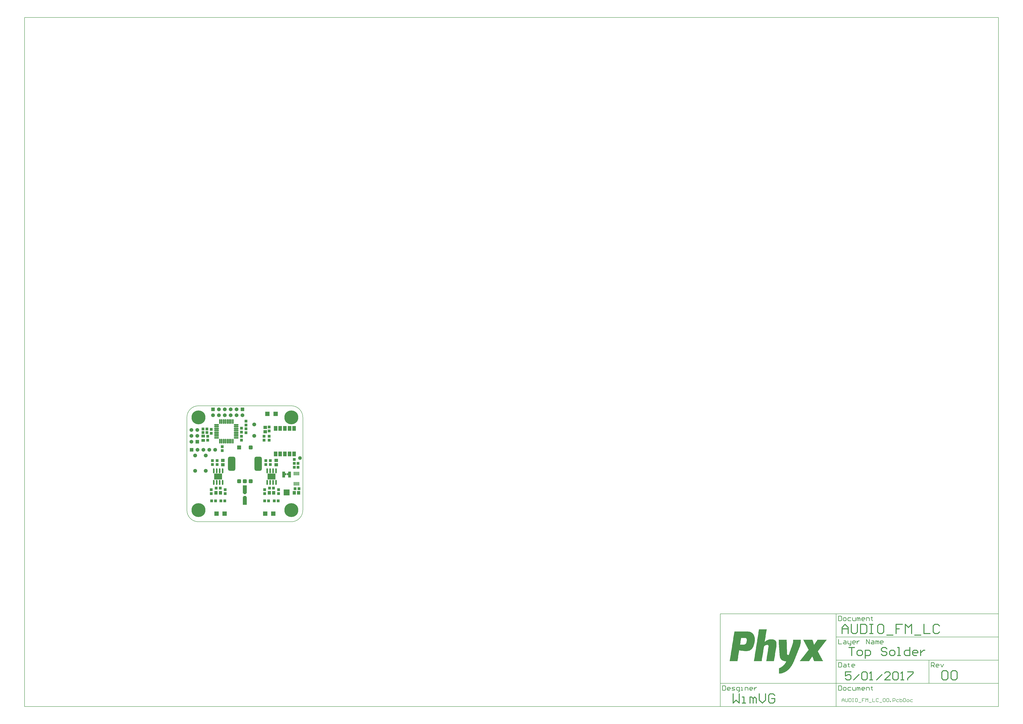
<source format=gts>
G04 Layer_Color=8388736*
%FSLAX25Y25*%
%MOIN*%
G70*
G01*
G75*
%ADD12C,0.01575*%
%ADD27C,0.00787*%
%ADD33C,0.00591*%
%ADD34C,0.00984*%
%ADD53O,0.08268X0.02953*%
%ADD54O,0.02953X0.08268*%
%ADD55O,0.02953X0.08465*%
%ADD56R,0.13583X0.10079*%
%ADD57R,0.04528X0.04921*%
%ADD58R,0.04921X0.04528*%
%ADD59R,0.05709X0.06496*%
%ADD60R,0.01772X0.06299*%
%ADD61R,0.06496X0.04528*%
%ADD62R,0.06496X0.05709*%
%ADD63R,0.10433X0.10433*%
%ADD64R,0.04528X0.10433*%
%ADD65R,0.06890X0.13189*%
%ADD66R,0.06102X0.08465*%
%ADD67C,0.06496*%
%ADD68R,0.06496X0.06496*%
%ADD69C,0.23622*%
%ADD70C,0.03740*%
%ADD71C,0.06591*%
%ADD72R,0.07677X0.07677*%
%ADD73R,0.06890X0.06890*%
G04:AMPARAMS|DCode=74|XSize=68.9mil|YSize=68.9mil|CornerRadius=18.7mil|HoleSize=0mil|Usage=FLASHONLY|Rotation=0.000|XOffset=0mil|YOffset=0mil|HoleType=Round|Shape=RoundedRectangle|*
%AMROUNDEDRECTD74*
21,1,0.06890,0.03150,0,0,0.0*
21,1,0.03150,0.06890,0,0,0.0*
1,1,0.03740,0.01575,-0.01575*
1,1,0.03740,-0.01575,-0.01575*
1,1,0.03740,-0.01575,0.01575*
1,1,0.03740,0.01575,0.01575*
%
%ADD74ROUNDEDRECTD74*%
G04:AMPARAMS|DCode=75|XSize=124.02mil|YSize=242.13mil|CornerRadius=32.48mil|HoleSize=0mil|Usage=FLASHONLY|Rotation=0.000|XOffset=0mil|YOffset=0mil|HoleType=Round|Shape=RoundedRectangle|*
%AMROUNDEDRECTD75*
21,1,0.12402,0.17716,0,0,0.0*
21,1,0.05906,0.24213,0,0,0.0*
1,1,0.06496,0.02953,-0.08858*
1,1,0.06496,-0.02953,-0.08858*
1,1,0.06496,-0.02953,0.08858*
1,1,0.06496,0.02953,0.08858*
%
%ADD75ROUNDEDRECTD75*%
%ADD76C,0.06299*%
G04:AMPARAMS|DCode=77|XSize=45.28mil|YSize=45.28mil|CornerRadius=12.8mil|HoleSize=0mil|Usage=FLASHONLY|Rotation=90.000|XOffset=0mil|YOffset=0mil|HoleType=Round|Shape=RoundedRectangle|*
%AMROUNDEDRECTD77*
21,1,0.04528,0.01969,0,0,90.0*
21,1,0.01969,0.04528,0,0,90.0*
1,1,0.02559,0.00984,0.00984*
1,1,0.02559,0.00984,-0.00984*
1,1,0.02559,-0.00984,-0.00984*
1,1,0.02559,-0.00984,0.00984*
%
%ADD77ROUNDEDRECTD77*%
%ADD78R,0.04528X0.04528*%
%ADD79R,0.06496X0.06496*%
G36*
X1086432Y-200414D02*
X1086145D01*
Y-200700D01*
X1085859D01*
Y-200987D01*
Y-201273D01*
X1085573D01*
Y-201559D01*
X1085286D01*
Y-201846D01*
X1085000D01*
Y-202132D01*
Y-202418D01*
X1084714D01*
Y-202704D01*
X1084427D01*
Y-202991D01*
X1084141D01*
Y-203277D01*
X1083855D01*
Y-203563D01*
Y-203850D01*
X1083568D01*
Y-204136D01*
X1083282D01*
Y-204422D01*
X1082996D01*
Y-204709D01*
Y-204995D01*
X1082710D01*
Y-205281D01*
X1082423D01*
Y-205568D01*
X1082137D01*
Y-205854D01*
X1081851D01*
Y-206140D01*
Y-206427D01*
X1081564D01*
Y-206713D01*
X1081278D01*
Y-206999D01*
X1080992D01*
Y-207285D01*
Y-207572D01*
X1080705D01*
Y-207858D01*
X1080419D01*
Y-208144D01*
X1080133D01*
Y-208431D01*
Y-208717D01*
X1079846D01*
Y-209003D01*
X1079560D01*
Y-209290D01*
X1079274D01*
Y-209576D01*
X1078988D01*
Y-209862D01*
Y-210149D01*
X1078701D01*
Y-210435D01*
X1078415D01*
Y-210721D01*
X1078129D01*
Y-211007D01*
Y-211294D01*
X1077842D01*
Y-211580D01*
X1077556D01*
Y-211866D01*
X1077270D01*
Y-212153D01*
Y-212439D01*
X1076983D01*
Y-212725D01*
X1076697D01*
Y-213012D01*
X1076411D01*
Y-213298D01*
X1076124D01*
Y-213584D01*
Y-213871D01*
X1075838D01*
Y-214157D01*
X1075552D01*
Y-214443D01*
X1075265D01*
Y-214730D01*
Y-215016D01*
X1074979D01*
Y-215302D01*
X1074693D01*
Y-215588D01*
X1074407D01*
Y-215875D01*
Y-216161D01*
X1074120D01*
Y-216447D01*
X1073834D01*
Y-216734D01*
X1073548D01*
Y-217020D01*
X1073261D01*
Y-217306D01*
Y-217593D01*
X1072975D01*
Y-217879D01*
X1072689D01*
Y-218165D01*
X1072402D01*
Y-218452D01*
Y-218738D01*
X1072116D01*
Y-219024D01*
X1071830D01*
Y-219311D01*
X1071543D01*
Y-219597D01*
X1071257D01*
Y-219883D01*
Y-220169D01*
X1071543D01*
Y-220456D01*
Y-220742D01*
X1071830D01*
Y-221028D01*
Y-221315D01*
X1072116D01*
Y-221601D01*
X1072402D01*
Y-221887D01*
Y-222174D01*
X1072689D01*
Y-222460D01*
Y-222746D01*
X1072975D01*
Y-223033D01*
Y-223319D01*
X1073261D01*
Y-223605D01*
Y-223892D01*
X1073548D01*
Y-224178D01*
Y-224464D01*
X1073834D01*
Y-224750D01*
Y-225037D01*
X1074120D01*
Y-225323D01*
Y-225609D01*
X1074407D01*
Y-225896D01*
Y-226182D01*
X1074693D01*
Y-226468D01*
X1074979D01*
Y-226755D01*
Y-227041D01*
X1075265D01*
Y-227327D01*
Y-227614D01*
X1075552D01*
Y-227900D01*
Y-228186D01*
X1075838D01*
Y-228473D01*
Y-228759D01*
X1076124D01*
Y-229045D01*
Y-229331D01*
X1076411D01*
Y-229618D01*
Y-229904D01*
X1076697D01*
Y-230190D01*
Y-230477D01*
X1076983D01*
Y-230763D01*
X1077270D01*
Y-231049D01*
Y-231336D01*
X1077556D01*
Y-231622D01*
Y-231908D01*
X1077842D01*
Y-232195D01*
Y-232481D01*
X1078129D01*
Y-232767D01*
Y-233054D01*
X1078415D01*
Y-233340D01*
Y-233626D01*
X1078701D01*
Y-233912D01*
Y-234199D01*
X1078988D01*
Y-234485D01*
Y-234771D01*
X1079274D01*
Y-235058D01*
X1079560D01*
Y-235344D01*
Y-235630D01*
X1079846D01*
Y-235917D01*
Y-236203D01*
X1080133D01*
Y-236489D01*
X1064958D01*
Y-236203D01*
X1064672D01*
Y-235917D01*
Y-235630D01*
Y-235344D01*
X1064386D01*
Y-235058D01*
Y-234771D01*
Y-234485D01*
X1064099D01*
Y-234199D01*
Y-233912D01*
X1063813D01*
Y-233626D01*
Y-233340D01*
Y-233054D01*
X1063527D01*
Y-232767D01*
Y-232481D01*
Y-232195D01*
X1063240D01*
Y-231908D01*
Y-231622D01*
X1062954D01*
Y-231336D01*
Y-231049D01*
Y-230763D01*
X1062668D01*
Y-230477D01*
Y-230190D01*
Y-229904D01*
X1062381D01*
Y-229618D01*
Y-229331D01*
Y-229045D01*
X1062095D01*
Y-228759D01*
X1061522D01*
Y-229045D01*
Y-229331D01*
X1061236D01*
Y-229618D01*
X1060950D01*
Y-229904D01*
Y-230190D01*
X1060664D01*
Y-230477D01*
X1060377D01*
Y-230763D01*
Y-231049D01*
X1060091D01*
Y-231336D01*
X1059805D01*
Y-231622D01*
Y-231908D01*
X1059518D01*
Y-232195D01*
X1059232D01*
Y-232481D01*
X1058946D01*
Y-232767D01*
Y-233054D01*
X1058659D01*
Y-233340D01*
X1058373D01*
Y-233626D01*
Y-233912D01*
X1058087D01*
Y-234199D01*
X1057800D01*
Y-234485D01*
Y-234771D01*
X1057514D01*
Y-235058D01*
X1057228D01*
Y-235344D01*
Y-235630D01*
X1056941D01*
Y-235917D01*
X1056655D01*
Y-236203D01*
Y-236489D01*
X1040622D01*
Y-236203D01*
X1040908D01*
Y-235917D01*
X1041194D01*
Y-235630D01*
X1041481D01*
Y-235344D01*
X1041767D01*
Y-235058D01*
Y-234771D01*
X1042053D01*
Y-234485D01*
X1042340D01*
Y-234199D01*
X1042626D01*
Y-233912D01*
X1042912D01*
Y-233626D01*
Y-233340D01*
X1043198D01*
Y-233054D01*
X1043485D01*
Y-232767D01*
X1043771D01*
Y-232481D01*
Y-232195D01*
X1044057D01*
Y-231908D01*
X1044344D01*
Y-231622D01*
X1044630D01*
Y-231336D01*
X1044916D01*
Y-231049D01*
Y-230763D01*
X1045203D01*
Y-230477D01*
X1045489D01*
Y-230190D01*
X1045775D01*
Y-229904D01*
X1046062D01*
Y-229618D01*
Y-229331D01*
X1046348D01*
Y-229045D01*
X1046634D01*
Y-228759D01*
X1046920D01*
Y-228473D01*
Y-228186D01*
X1047207D01*
Y-227900D01*
X1047493D01*
Y-227614D01*
X1047779D01*
Y-227327D01*
X1048066D01*
Y-227041D01*
Y-226755D01*
X1048352D01*
Y-226468D01*
X1048638D01*
Y-226182D01*
X1048925D01*
Y-225896D01*
Y-225609D01*
X1049211D01*
Y-225323D01*
X1049497D01*
Y-225037D01*
X1049784D01*
Y-224750D01*
X1050070D01*
Y-224464D01*
Y-224178D01*
X1050356D01*
Y-223892D01*
X1050642D01*
Y-223605D01*
X1050929D01*
Y-223319D01*
Y-223033D01*
X1051215D01*
Y-222746D01*
X1051501D01*
Y-222460D01*
X1051788D01*
Y-222174D01*
X1052074D01*
Y-221887D01*
Y-221601D01*
X1052360D01*
Y-221315D01*
X1052647D01*
Y-221028D01*
X1052933D01*
Y-220742D01*
X1053219D01*
Y-220456D01*
Y-220169D01*
X1053506D01*
Y-219883D01*
X1053792D01*
Y-219597D01*
X1054078D01*
Y-219311D01*
Y-219024D01*
X1054365D01*
Y-218738D01*
X1054651D01*
Y-218452D01*
X1054937D01*
Y-218165D01*
X1055223D01*
Y-217879D01*
Y-217593D01*
X1055510D01*
Y-217306D01*
Y-217020D01*
Y-216734D01*
X1055223D01*
Y-216447D01*
X1054937D01*
Y-216161D01*
Y-215875D01*
X1054651D01*
Y-215588D01*
Y-215302D01*
X1054365D01*
Y-215016D01*
Y-214730D01*
X1054078D01*
Y-214443D01*
Y-214157D01*
X1053792D01*
Y-213871D01*
Y-213584D01*
X1053506D01*
Y-213298D01*
Y-213012D01*
X1053219D01*
Y-212725D01*
X1052933D01*
Y-212439D01*
Y-212153D01*
X1052647D01*
Y-211866D01*
Y-211580D01*
X1052360D01*
Y-211294D01*
Y-211007D01*
X1052074D01*
Y-210721D01*
Y-210435D01*
X1051788D01*
Y-210149D01*
Y-209862D01*
X1051501D01*
Y-209576D01*
Y-209290D01*
X1051215D01*
Y-209003D01*
X1050929D01*
Y-208717D01*
Y-208431D01*
X1050642D01*
Y-208144D01*
Y-207858D01*
X1050356D01*
Y-207572D01*
Y-207285D01*
X1050070D01*
Y-206999D01*
Y-206713D01*
X1049784D01*
Y-206427D01*
Y-206140D01*
X1049497D01*
Y-205854D01*
Y-205568D01*
X1049211D01*
Y-205281D01*
Y-204995D01*
X1048925D01*
Y-204709D01*
X1048638D01*
Y-204422D01*
Y-204136D01*
X1048352D01*
Y-203850D01*
Y-203563D01*
X1048066D01*
Y-203277D01*
Y-202991D01*
X1047779D01*
Y-202704D01*
Y-202418D01*
X1047493D01*
Y-202132D01*
Y-201846D01*
X1047207D01*
Y-201559D01*
Y-201273D01*
X1046920D01*
Y-200987D01*
X1046634D01*
Y-200700D01*
Y-200414D01*
X1046348D01*
Y-200128D01*
X1062095D01*
Y-200414D01*
X1062381D01*
Y-200700D01*
Y-200987D01*
Y-201273D01*
X1062668D01*
Y-201559D01*
Y-201846D01*
Y-202132D01*
X1062954D01*
Y-202418D01*
Y-202704D01*
Y-202991D01*
X1063240D01*
Y-203277D01*
Y-203563D01*
Y-203850D01*
X1063527D01*
Y-204136D01*
Y-204422D01*
Y-204709D01*
X1063813D01*
Y-204995D01*
Y-205281D01*
Y-205568D01*
X1064099D01*
Y-205854D01*
Y-206140D01*
Y-206427D01*
X1064386D01*
Y-206713D01*
Y-206999D01*
Y-207285D01*
X1064672D01*
Y-207572D01*
Y-207858D01*
Y-208144D01*
Y-208431D01*
X1065244D01*
Y-208144D01*
X1065531D01*
Y-207858D01*
X1065817D01*
Y-207572D01*
Y-207285D01*
X1066103D01*
Y-206999D01*
X1066390D01*
Y-206713D01*
Y-206427D01*
X1066676D01*
Y-206140D01*
X1066962D01*
Y-205854D01*
Y-205568D01*
X1067249D01*
Y-205281D01*
X1067535D01*
Y-204995D01*
Y-204709D01*
X1067821D01*
Y-204422D01*
X1068108D01*
Y-204136D01*
Y-203850D01*
X1068394D01*
Y-203563D01*
X1068680D01*
Y-203277D01*
Y-202991D01*
X1068966D01*
Y-202704D01*
X1069253D01*
Y-202418D01*
Y-202132D01*
X1069539D01*
Y-201846D01*
X1069825D01*
Y-201559D01*
Y-201273D01*
X1070112D01*
Y-200987D01*
X1070398D01*
Y-200700D01*
Y-200414D01*
X1070684D01*
Y-200128D01*
X1086432D01*
Y-200414D01*
D02*
G37*
G36*
X953296Y-186385D02*
X955014D01*
Y-186671D01*
X955873D01*
Y-186957D01*
X956732D01*
Y-187243D01*
X957591D01*
Y-187530D01*
X958164D01*
Y-187816D01*
X958450D01*
Y-188102D01*
X959022D01*
Y-188389D01*
X959309D01*
Y-188675D01*
X959881D01*
Y-188961D01*
X960168D01*
Y-189248D01*
X960454D01*
Y-189534D01*
X960740D01*
Y-189820D01*
X961027D01*
Y-190107D01*
X961313D01*
Y-190393D01*
X961599D01*
Y-190679D01*
Y-190966D01*
X961886D01*
Y-191252D01*
X962172D01*
Y-191538D01*
Y-191824D01*
X962458D01*
Y-192111D01*
X962745D01*
Y-192397D01*
Y-192683D01*
X963031D01*
Y-192970D01*
Y-193256D01*
Y-193542D01*
X963317D01*
Y-193829D01*
Y-194115D01*
Y-194401D01*
X963603D01*
Y-194688D01*
Y-194974D01*
Y-195260D01*
Y-195547D01*
X963890D01*
Y-195833D01*
Y-196119D01*
Y-196405D01*
Y-196692D01*
Y-196978D01*
X964176D01*
Y-197265D01*
Y-197551D01*
Y-197837D01*
Y-198123D01*
Y-198410D01*
Y-198696D01*
Y-198982D01*
Y-199269D01*
Y-199555D01*
Y-199841D01*
Y-200128D01*
Y-200414D01*
Y-200700D01*
Y-200987D01*
Y-201273D01*
Y-201559D01*
Y-201846D01*
Y-202132D01*
Y-202418D01*
Y-202704D01*
X963890D01*
Y-202991D01*
Y-203277D01*
Y-203563D01*
Y-203850D01*
Y-204136D01*
Y-204422D01*
Y-204709D01*
X963603D01*
Y-204995D01*
Y-205281D01*
Y-205568D01*
Y-205854D01*
Y-206140D01*
X963317D01*
Y-206427D01*
Y-206713D01*
Y-206999D01*
Y-207285D01*
Y-207572D01*
X963031D01*
Y-207858D01*
Y-208144D01*
Y-208431D01*
X962745D01*
Y-208717D01*
Y-209003D01*
Y-209290D01*
Y-209576D01*
X962458D01*
Y-209862D01*
Y-210149D01*
Y-210435D01*
X962172D01*
Y-210721D01*
Y-211007D01*
X961886D01*
Y-211294D01*
Y-211580D01*
Y-211866D01*
X961599D01*
Y-212153D01*
Y-212439D01*
X961313D01*
Y-212725D01*
Y-213012D01*
X961027D01*
Y-213298D01*
Y-213584D01*
X960740D01*
Y-213871D01*
X960454D01*
Y-214157D01*
Y-214443D01*
X960168D01*
Y-214730D01*
X959881D01*
Y-215016D01*
X959595D01*
Y-215302D01*
Y-215588D01*
X959309D01*
Y-215875D01*
X959022D01*
Y-216161D01*
X958736D01*
Y-216447D01*
X958450D01*
Y-216734D01*
X958164D01*
Y-217020D01*
X957591D01*
Y-217306D01*
X957304D01*
Y-217593D01*
X956732D01*
Y-217879D01*
X956446D01*
Y-218165D01*
X955873D01*
Y-218452D01*
X955014D01*
Y-218738D01*
X954155D01*
Y-219024D01*
X953296D01*
Y-219311D01*
X951578D01*
Y-219597D01*
X946425D01*
Y-219311D01*
X943848D01*
Y-219024D01*
X941844D01*
Y-218738D01*
X940412D01*
Y-218452D01*
X938980D01*
Y-218165D01*
X937549D01*
Y-218452D01*
Y-218738D01*
Y-219024D01*
Y-219311D01*
Y-219597D01*
Y-219883D01*
Y-220169D01*
X937263D01*
Y-220456D01*
Y-220742D01*
Y-221028D01*
Y-221315D01*
Y-221601D01*
Y-221887D01*
X936976D01*
Y-222174D01*
Y-222460D01*
Y-222746D01*
Y-223033D01*
Y-223319D01*
Y-223605D01*
X936690D01*
Y-223892D01*
Y-224178D01*
Y-224464D01*
Y-224750D01*
Y-225037D01*
Y-225323D01*
Y-225609D01*
X936404D01*
Y-225896D01*
Y-226182D01*
Y-226468D01*
Y-226755D01*
Y-227041D01*
Y-227327D01*
X936117D01*
Y-227614D01*
Y-227900D01*
Y-228186D01*
Y-228473D01*
Y-228759D01*
Y-229045D01*
X935831D01*
Y-229331D01*
Y-229618D01*
Y-229904D01*
Y-230190D01*
Y-230477D01*
Y-230763D01*
Y-231049D01*
X935545D01*
Y-231336D01*
Y-231622D01*
Y-231908D01*
Y-232195D01*
Y-232481D01*
Y-232767D01*
X935258D01*
Y-233054D01*
Y-233340D01*
Y-233626D01*
Y-233912D01*
Y-234199D01*
Y-234485D01*
X934972D01*
Y-234771D01*
Y-235058D01*
Y-235344D01*
Y-235630D01*
Y-235917D01*
Y-236203D01*
Y-236489D01*
X921515D01*
Y-236203D01*
X921802D01*
Y-235917D01*
Y-235630D01*
Y-235344D01*
Y-235058D01*
Y-234771D01*
X922088D01*
Y-234485D01*
Y-234199D01*
Y-233912D01*
Y-233626D01*
Y-233340D01*
Y-233054D01*
Y-232767D01*
X922374D01*
Y-232481D01*
Y-232195D01*
Y-231908D01*
Y-231622D01*
Y-231336D01*
Y-231049D01*
X922661D01*
Y-230763D01*
Y-230477D01*
Y-230190D01*
Y-229904D01*
Y-229618D01*
Y-229331D01*
X922947D01*
Y-229045D01*
Y-228759D01*
Y-228473D01*
Y-228186D01*
Y-227900D01*
Y-227614D01*
Y-227327D01*
X923233D01*
Y-227041D01*
Y-226755D01*
Y-226468D01*
Y-226182D01*
Y-225896D01*
Y-225609D01*
X923520D01*
Y-225323D01*
Y-225037D01*
Y-224750D01*
Y-224464D01*
Y-224178D01*
Y-223892D01*
X923806D01*
Y-223605D01*
Y-223319D01*
Y-223033D01*
Y-222746D01*
Y-222460D01*
Y-222174D01*
X924092D01*
Y-221887D01*
Y-221601D01*
Y-221315D01*
Y-221028D01*
Y-220742D01*
Y-220456D01*
Y-220169D01*
X924379D01*
Y-219883D01*
Y-219597D01*
Y-219311D01*
Y-219024D01*
Y-218738D01*
Y-218452D01*
X924665D01*
Y-218165D01*
Y-217879D01*
Y-217593D01*
Y-217306D01*
Y-217020D01*
Y-216734D01*
X924951D01*
Y-216447D01*
Y-216161D01*
Y-215875D01*
Y-215588D01*
Y-215302D01*
Y-215016D01*
X925237D01*
Y-214730D01*
Y-214443D01*
Y-214157D01*
Y-213871D01*
Y-213584D01*
Y-213298D01*
Y-213012D01*
X925524D01*
Y-212725D01*
Y-212439D01*
Y-212153D01*
Y-211866D01*
Y-211580D01*
Y-211294D01*
X925810D01*
Y-211007D01*
Y-210721D01*
Y-210435D01*
Y-210149D01*
Y-209862D01*
Y-209576D01*
X926096D01*
Y-209290D01*
Y-209003D01*
Y-208717D01*
Y-208431D01*
Y-208144D01*
Y-207858D01*
Y-207572D01*
X926383D01*
Y-207285D01*
Y-206999D01*
Y-206713D01*
Y-206427D01*
Y-206140D01*
Y-205854D01*
X926669D01*
Y-205568D01*
Y-205281D01*
Y-204995D01*
Y-204709D01*
Y-204422D01*
Y-204136D01*
X926955D01*
Y-203850D01*
Y-203563D01*
Y-203277D01*
Y-202991D01*
Y-202704D01*
Y-202418D01*
X927242D01*
Y-202132D01*
Y-201846D01*
Y-201559D01*
Y-201273D01*
Y-200987D01*
Y-200700D01*
Y-200414D01*
X927528D01*
Y-200128D01*
Y-199841D01*
Y-199555D01*
Y-199269D01*
Y-198982D01*
Y-198696D01*
X927814D01*
Y-198410D01*
Y-198123D01*
Y-197837D01*
Y-197551D01*
Y-197265D01*
Y-196978D01*
X928101D01*
Y-196692D01*
Y-196405D01*
Y-196119D01*
Y-195833D01*
Y-195547D01*
Y-195260D01*
Y-194974D01*
X928387D01*
Y-194688D01*
Y-194401D01*
Y-194115D01*
Y-193829D01*
Y-193542D01*
Y-193256D01*
X928673D01*
Y-192970D01*
Y-192683D01*
Y-192397D01*
Y-192111D01*
Y-191824D01*
Y-191538D01*
X928960D01*
Y-191252D01*
Y-190966D01*
Y-190679D01*
Y-190393D01*
Y-190107D01*
Y-189820D01*
Y-189534D01*
X929246D01*
Y-189248D01*
Y-188961D01*
Y-188675D01*
Y-188389D01*
Y-188102D01*
Y-187816D01*
X929532D01*
Y-187530D01*
Y-187243D01*
Y-186957D01*
Y-186671D01*
Y-186385D01*
Y-186098D01*
X953296D01*
Y-186385D01*
D02*
G37*
G36*
X1042340Y-200414D02*
Y-200700D01*
Y-200987D01*
Y-201273D01*
Y-201559D01*
Y-201846D01*
Y-202132D01*
Y-202418D01*
Y-202704D01*
Y-202991D01*
Y-203277D01*
Y-203563D01*
Y-203850D01*
Y-204136D01*
Y-204422D01*
Y-204709D01*
Y-204995D01*
Y-205281D01*
Y-205568D01*
Y-205854D01*
Y-206140D01*
X1042053D01*
Y-206427D01*
Y-206713D01*
Y-206999D01*
Y-207285D01*
Y-207572D01*
X1041767D01*
Y-207858D01*
Y-208144D01*
Y-208431D01*
Y-208717D01*
X1041481D01*
Y-209003D01*
Y-209290D01*
Y-209576D01*
Y-209862D01*
X1041194D01*
Y-210149D01*
Y-210435D01*
Y-210721D01*
X1040908D01*
Y-211007D01*
Y-211294D01*
Y-211580D01*
X1040622D01*
Y-211866D01*
Y-212153D01*
Y-212439D01*
X1040335D01*
Y-212725D01*
Y-213012D01*
Y-213298D01*
X1040049D01*
Y-213584D01*
Y-213871D01*
X1039763D01*
Y-214157D01*
Y-214443D01*
X1039476D01*
Y-214730D01*
Y-215016D01*
Y-215302D01*
X1039190D01*
Y-215588D01*
Y-215875D01*
X1038904D01*
Y-216161D01*
Y-216447D01*
Y-216734D01*
X1038617D01*
Y-217020D01*
Y-217306D01*
X1038331D01*
Y-217593D01*
Y-217879D01*
Y-218165D01*
X1038045D01*
Y-218452D01*
Y-218738D01*
X1037758D01*
Y-219024D01*
Y-219311D01*
Y-219597D01*
X1037472D01*
Y-219883D01*
Y-220169D01*
X1037186D01*
Y-220456D01*
Y-220742D01*
Y-221028D01*
X1036899D01*
Y-221315D01*
Y-221601D01*
X1036613D01*
Y-221887D01*
Y-222174D01*
Y-222460D01*
X1036327D01*
Y-222746D01*
Y-223033D01*
X1036041D01*
Y-223319D01*
Y-223605D01*
Y-223892D01*
X1035754D01*
Y-224178D01*
Y-224464D01*
X1035468D01*
Y-224750D01*
Y-225037D01*
Y-225323D01*
X1035182D01*
Y-225609D01*
Y-225896D01*
X1034895D01*
Y-226182D01*
Y-226468D01*
Y-226755D01*
X1034609D01*
Y-227041D01*
Y-227327D01*
X1034323D01*
Y-227614D01*
Y-227900D01*
Y-228186D01*
X1034036D01*
Y-228473D01*
Y-228759D01*
X1033750D01*
Y-229045D01*
Y-229331D01*
Y-229618D01*
X1033464D01*
Y-229904D01*
Y-230190D01*
X1033177D01*
Y-230477D01*
Y-230763D01*
Y-231049D01*
X1032891D01*
Y-231336D01*
Y-231622D01*
X1032605D01*
Y-231908D01*
Y-232195D01*
Y-232481D01*
X1032318D01*
Y-232767D01*
Y-233054D01*
X1032032D01*
Y-233340D01*
Y-233626D01*
Y-233912D01*
X1031746D01*
Y-234199D01*
Y-234485D01*
X1031460D01*
Y-234771D01*
Y-235058D01*
Y-235344D01*
X1031173D01*
Y-235630D01*
Y-235917D01*
X1030887D01*
Y-236203D01*
Y-236489D01*
Y-236776D01*
X1030601D01*
Y-237062D01*
Y-237348D01*
X1030314D01*
Y-237635D01*
Y-237921D01*
X1030028D01*
Y-238207D01*
Y-238493D01*
X1029742D01*
Y-238780D01*
Y-239066D01*
Y-239352D01*
X1029455D01*
Y-239639D01*
X1029169D01*
Y-239925D01*
Y-240211D01*
Y-240498D01*
X1028883D01*
Y-240784D01*
X1028596D01*
Y-241070D01*
Y-241357D01*
X1028310D01*
Y-241643D01*
Y-241929D01*
X1028024D01*
Y-242216D01*
Y-242502D01*
X1027738D01*
Y-242788D01*
Y-243074D01*
X1027451D01*
Y-243361D01*
X1027165D01*
Y-243647D01*
Y-243934D01*
X1026879D01*
Y-244220D01*
Y-244506D01*
X1026592D01*
Y-244792D01*
X1026306D01*
Y-245079D01*
X1026020D01*
Y-245365D01*
Y-245651D01*
X1025733D01*
Y-245938D01*
X1025447D01*
Y-246224D01*
Y-246510D01*
X1025161D01*
Y-246797D01*
X1024874D01*
Y-247083D01*
X1024588D01*
Y-247369D01*
Y-247656D01*
X1024302D01*
Y-247942D01*
X1024015D01*
Y-248228D01*
X1023729D01*
Y-248515D01*
X1023443D01*
Y-248801D01*
X1023157D01*
Y-249087D01*
Y-249373D01*
X1022870D01*
Y-249660D01*
X1022584D01*
Y-249946D01*
X1022298D01*
Y-250232D01*
X1022011D01*
Y-250519D01*
X1021725D01*
Y-250805D01*
X1021439D01*
Y-251091D01*
X1021152D01*
Y-251378D01*
X1020580D01*
Y-251664D01*
X1020293D01*
Y-251950D01*
X1020007D01*
Y-252237D01*
X1019721D01*
Y-252523D01*
X1019434D01*
Y-252809D01*
X1018862D01*
Y-253096D01*
X1018575D01*
Y-253382D01*
X1018003D01*
Y-253668D01*
X1017717D01*
Y-253954D01*
X1017144D01*
Y-254241D01*
X1016858D01*
Y-254527D01*
X1016285D01*
Y-254813D01*
X1015712D01*
Y-255100D01*
X1015140D01*
Y-255386D01*
X1014567D01*
Y-255672D01*
X1013995D01*
Y-255959D01*
X1013136D01*
Y-256245D01*
X1012563D01*
Y-256531D01*
X1011704D01*
Y-256818D01*
X1010559D01*
Y-257104D01*
X1009414D01*
Y-257390D01*
X1007696D01*
Y-257677D01*
X1005691D01*
Y-257963D01*
X1005405D01*
Y-257677D01*
Y-257390D01*
Y-257104D01*
Y-256818D01*
Y-256531D01*
Y-256245D01*
Y-255959D01*
Y-255672D01*
Y-255386D01*
Y-255100D01*
Y-254813D01*
Y-254527D01*
Y-254241D01*
Y-253954D01*
Y-253668D01*
Y-253382D01*
Y-253096D01*
Y-252809D01*
Y-252523D01*
Y-252237D01*
Y-251950D01*
Y-251664D01*
Y-251378D01*
Y-251091D01*
Y-250805D01*
Y-250519D01*
Y-250232D01*
Y-249946D01*
Y-249660D01*
Y-249373D01*
Y-249087D01*
Y-248801D01*
Y-248515D01*
X1005978D01*
Y-248228D01*
X1006550D01*
Y-247942D01*
X1007123D01*
Y-247656D01*
X1007696D01*
Y-247369D01*
X1008268D01*
Y-247083D01*
X1008841D01*
Y-246797D01*
X1009127D01*
Y-246510D01*
X1009700D01*
Y-246224D01*
X1009986D01*
Y-245938D01*
X1010559D01*
Y-245651D01*
X1010845D01*
Y-245365D01*
X1011131D01*
Y-245079D01*
X1011704D01*
Y-244792D01*
X1011990D01*
Y-244506D01*
X1012277D01*
Y-244220D01*
X1012563D01*
Y-243934D01*
X1012849D01*
Y-243647D01*
X1013136D01*
Y-243361D01*
X1013422D01*
Y-243074D01*
X1013708D01*
Y-242788D01*
X1013995D01*
Y-242502D01*
X1014281D01*
Y-242216D01*
X1014567D01*
Y-241929D01*
X1014853D01*
Y-241643D01*
Y-241357D01*
X1015140D01*
Y-241070D01*
X1015426D01*
Y-240784D01*
X1015712D01*
Y-240498D01*
Y-240211D01*
X1015999D01*
Y-239925D01*
X1016285D01*
Y-239639D01*
Y-239352D01*
X1016571D01*
Y-239066D01*
Y-238780D01*
X1016858D01*
Y-238493D01*
X1017144D01*
Y-238207D01*
Y-237921D01*
X1017430D01*
Y-237635D01*
Y-237348D01*
X1017717D01*
Y-237062D01*
Y-236776D01*
X1015999D01*
Y-236489D01*
X1013995D01*
Y-236203D01*
X1012849D01*
Y-235917D01*
X1012277D01*
Y-235630D01*
X1011418D01*
Y-235344D01*
X1010845D01*
Y-235058D01*
X1010559D01*
Y-234771D01*
X1009986D01*
Y-234485D01*
X1009700D01*
Y-234199D01*
X1009414D01*
Y-233912D01*
X1009127D01*
Y-233626D01*
X1008841D01*
Y-233340D01*
X1008554D01*
Y-233054D01*
Y-232767D01*
X1008268D01*
Y-232481D01*
X1007982D01*
Y-232195D01*
Y-231908D01*
X1007696D01*
Y-231622D01*
Y-231336D01*
X1007409D01*
Y-231049D01*
Y-230763D01*
X1007123D01*
Y-230477D01*
Y-230190D01*
Y-229904D01*
X1006837D01*
Y-229618D01*
Y-229331D01*
Y-229045D01*
Y-228759D01*
X1006550D01*
Y-228473D01*
Y-228186D01*
Y-227900D01*
Y-227614D01*
Y-227327D01*
Y-227041D01*
Y-226755D01*
X1006264D01*
Y-226468D01*
Y-226182D01*
Y-225896D01*
Y-225609D01*
Y-225323D01*
Y-225037D01*
Y-224750D01*
Y-224464D01*
Y-224178D01*
Y-223892D01*
Y-223605D01*
Y-223319D01*
Y-223033D01*
Y-222746D01*
Y-222460D01*
X1005978D01*
Y-222174D01*
Y-221887D01*
Y-221601D01*
Y-221315D01*
Y-221028D01*
Y-220742D01*
Y-220456D01*
Y-220169D01*
Y-219883D01*
Y-219597D01*
Y-219311D01*
Y-219024D01*
Y-218738D01*
Y-218452D01*
Y-218165D01*
X1005691D01*
Y-217879D01*
Y-217593D01*
Y-217306D01*
Y-217020D01*
Y-216734D01*
Y-216447D01*
Y-216161D01*
Y-215875D01*
Y-215588D01*
Y-215302D01*
Y-215016D01*
Y-214730D01*
Y-214443D01*
Y-214157D01*
Y-213871D01*
Y-213584D01*
X1005405D01*
Y-213298D01*
Y-213012D01*
Y-212725D01*
Y-212439D01*
Y-212153D01*
Y-211866D01*
Y-211580D01*
Y-211294D01*
Y-211007D01*
Y-210721D01*
Y-210435D01*
Y-210149D01*
Y-209862D01*
Y-209576D01*
Y-209290D01*
Y-209003D01*
X1005119D01*
Y-208717D01*
Y-208431D01*
Y-208144D01*
Y-207858D01*
Y-207572D01*
Y-207285D01*
Y-206999D01*
Y-206713D01*
Y-206427D01*
Y-206140D01*
Y-205854D01*
Y-205568D01*
Y-205281D01*
Y-204995D01*
X1004832D01*
Y-204709D01*
Y-204422D01*
Y-204136D01*
Y-203850D01*
Y-203563D01*
Y-203277D01*
Y-202991D01*
Y-202704D01*
Y-202418D01*
Y-202132D01*
Y-201846D01*
Y-201559D01*
Y-201273D01*
Y-200987D01*
Y-200700D01*
Y-200414D01*
X1004546D01*
Y-200128D01*
X1018289D01*
Y-200414D01*
Y-200700D01*
Y-200987D01*
Y-201273D01*
Y-201559D01*
Y-201846D01*
Y-202132D01*
Y-202418D01*
Y-202704D01*
Y-202991D01*
Y-203277D01*
Y-203563D01*
Y-203850D01*
Y-204136D01*
X1018575D01*
Y-204422D01*
Y-204709D01*
Y-204995D01*
Y-205281D01*
Y-205568D01*
Y-205854D01*
Y-206140D01*
Y-206427D01*
Y-206713D01*
Y-206999D01*
Y-207285D01*
Y-207572D01*
Y-207858D01*
Y-208144D01*
Y-208431D01*
Y-208717D01*
Y-209003D01*
Y-209290D01*
Y-209576D01*
Y-209862D01*
Y-210149D01*
Y-210435D01*
Y-210721D01*
Y-211007D01*
Y-211294D01*
Y-211580D01*
Y-211866D01*
Y-212153D01*
Y-212439D01*
Y-212725D01*
Y-213012D01*
Y-213298D01*
Y-213584D01*
Y-213871D01*
Y-214157D01*
Y-214443D01*
Y-214730D01*
Y-215016D01*
Y-215302D01*
Y-215588D01*
Y-215875D01*
X1018862D01*
Y-216161D01*
X1018575D01*
Y-216447D01*
Y-216734D01*
X1018862D01*
Y-217020D01*
Y-217306D01*
Y-217593D01*
Y-217879D01*
Y-218165D01*
Y-218452D01*
Y-218738D01*
Y-219024D01*
Y-219311D01*
Y-219597D01*
Y-219883D01*
Y-220169D01*
Y-220456D01*
Y-220742D01*
Y-221028D01*
Y-221315D01*
Y-221601D01*
Y-221887D01*
Y-222174D01*
Y-222460D01*
Y-222746D01*
Y-223033D01*
Y-223319D01*
Y-223605D01*
Y-223892D01*
Y-224178D01*
X1019148D01*
Y-224464D01*
Y-224750D01*
Y-225037D01*
X1019434D01*
Y-225323D01*
X1019721D01*
Y-225609D01*
X1020007D01*
Y-225896D01*
X1020866D01*
Y-226182D01*
X1021725D01*
Y-225896D01*
X1022011D01*
Y-225609D01*
Y-225323D01*
Y-225037D01*
X1022298D01*
Y-224750D01*
Y-224464D01*
X1022584D01*
Y-224178D01*
Y-223892D01*
Y-223605D01*
X1022870D01*
Y-223319D01*
Y-223033D01*
Y-222746D01*
X1023157D01*
Y-222460D01*
Y-222174D01*
Y-221887D01*
X1023443D01*
Y-221601D01*
Y-221315D01*
Y-221028D01*
X1023729D01*
Y-220742D01*
Y-220456D01*
X1024015D01*
Y-220169D01*
Y-219883D01*
Y-219597D01*
X1024302D01*
Y-219311D01*
Y-219024D01*
Y-218738D01*
X1024588D01*
Y-218452D01*
Y-218165D01*
Y-217879D01*
X1024874D01*
Y-217593D01*
Y-217306D01*
X1025161D01*
Y-217020D01*
Y-216734D01*
Y-216447D01*
X1025447D01*
Y-216161D01*
Y-215875D01*
Y-215588D01*
X1025733D01*
Y-215302D01*
Y-215016D01*
Y-214730D01*
X1026020D01*
Y-214443D01*
Y-214157D01*
X1026306D01*
Y-213871D01*
Y-213584D01*
Y-213298D01*
X1026592D01*
Y-213012D01*
Y-212725D01*
Y-212439D01*
X1026879D01*
Y-212153D01*
Y-211866D01*
Y-211580D01*
X1027165D01*
Y-211294D01*
Y-211007D01*
X1027451D01*
Y-210721D01*
Y-210435D01*
Y-210149D01*
X1027738D01*
Y-209862D01*
Y-209576D01*
Y-209290D01*
X1028024D01*
Y-209003D01*
Y-208717D01*
Y-208431D01*
X1028310D01*
Y-208144D01*
Y-207858D01*
Y-207572D01*
Y-207285D01*
X1028596D01*
Y-206999D01*
Y-206713D01*
Y-206427D01*
Y-206140D01*
X1028883D01*
Y-205854D01*
Y-205568D01*
Y-205281D01*
Y-204995D01*
Y-204709D01*
X1029169D01*
Y-204422D01*
Y-204136D01*
Y-203850D01*
Y-203563D01*
Y-203277D01*
Y-202991D01*
X1029455D01*
Y-202704D01*
Y-202418D01*
Y-202132D01*
Y-201846D01*
Y-201559D01*
Y-201273D01*
Y-200987D01*
Y-200700D01*
Y-200414D01*
Y-200128D01*
X1042340D01*
Y-200414D01*
D02*
G37*
G36*
X984504Y-182949D02*
Y-183235D01*
X984218D01*
Y-183521D01*
Y-183808D01*
Y-184094D01*
Y-184380D01*
Y-184667D01*
Y-184953D01*
X983932D01*
Y-185239D01*
Y-185526D01*
Y-185812D01*
Y-186098D01*
Y-186385D01*
Y-186671D01*
X983645D01*
Y-186957D01*
Y-187243D01*
Y-187530D01*
Y-187816D01*
Y-188102D01*
Y-188389D01*
Y-188675D01*
X983359D01*
Y-188961D01*
Y-189248D01*
Y-189534D01*
Y-189820D01*
Y-190107D01*
Y-190393D01*
X983073D01*
Y-190679D01*
Y-190966D01*
Y-191252D01*
Y-191538D01*
Y-191824D01*
Y-192111D01*
X982786D01*
Y-192397D01*
Y-192683D01*
Y-192970D01*
Y-193256D01*
Y-193542D01*
Y-193829D01*
Y-194115D01*
X982500D01*
Y-194401D01*
Y-194688D01*
Y-194974D01*
Y-195260D01*
Y-195547D01*
Y-195833D01*
X982214D01*
Y-196119D01*
Y-196405D01*
Y-196692D01*
Y-196978D01*
Y-197265D01*
Y-197551D01*
X981927D01*
Y-197837D01*
Y-198123D01*
Y-198410D01*
Y-198696D01*
Y-198982D01*
Y-199269D01*
X981641D01*
Y-199555D01*
Y-199841D01*
Y-200128D01*
Y-200414D01*
Y-200700D01*
Y-200987D01*
Y-201273D01*
X981355D01*
Y-201559D01*
Y-201846D01*
Y-202132D01*
Y-202418D01*
Y-202704D01*
Y-202991D01*
X981069D01*
Y-203277D01*
Y-203563D01*
X981641D01*
Y-203277D01*
X981927D01*
Y-202991D01*
X982214D01*
Y-202704D01*
X982786D01*
Y-202418D01*
X983073D01*
Y-202132D01*
X983359D01*
Y-201846D01*
X983932D01*
Y-201559D01*
X984504D01*
Y-201273D01*
X984791D01*
Y-200987D01*
X985363D01*
Y-200700D01*
X986222D01*
Y-200414D01*
X986795D01*
Y-200128D01*
X987654D01*
Y-199841D01*
X989085D01*
Y-199555D01*
X995384D01*
Y-199841D01*
X996529D01*
Y-200128D01*
X997388D01*
Y-200414D01*
X997961D01*
Y-200700D01*
X998247D01*
Y-200987D01*
X998820D01*
Y-201273D01*
X999106D01*
Y-201559D01*
X999393D01*
Y-201846D01*
X999679D01*
Y-202132D01*
X999965D01*
Y-202418D01*
Y-202704D01*
X1000251D01*
Y-202991D01*
Y-203277D01*
X1000538D01*
Y-203563D01*
Y-203850D01*
Y-204136D01*
X1000824D01*
Y-204422D01*
Y-204709D01*
Y-204995D01*
Y-205281D01*
X1001110D01*
Y-205568D01*
Y-205854D01*
Y-206140D01*
Y-206427D01*
Y-206713D01*
Y-206999D01*
Y-207285D01*
Y-207572D01*
Y-207858D01*
Y-208144D01*
Y-208431D01*
Y-208717D01*
Y-209003D01*
Y-209290D01*
Y-209576D01*
Y-209862D01*
Y-210149D01*
Y-210435D01*
X1000824D01*
Y-210721D01*
Y-211007D01*
Y-211294D01*
Y-211580D01*
Y-211866D01*
Y-212153D01*
Y-212439D01*
X1000538D01*
Y-212725D01*
Y-213012D01*
Y-213298D01*
Y-213584D01*
Y-213871D01*
Y-214157D01*
Y-214443D01*
X1000251D01*
Y-214730D01*
Y-215016D01*
Y-215302D01*
Y-215588D01*
Y-215875D01*
Y-216161D01*
X999965D01*
Y-216447D01*
Y-216734D01*
Y-217020D01*
Y-217306D01*
Y-217593D01*
Y-217879D01*
X999679D01*
Y-218165D01*
Y-218452D01*
Y-218738D01*
Y-219024D01*
Y-219311D01*
Y-219597D01*
X999393D01*
Y-219883D01*
Y-220169D01*
Y-220456D01*
Y-220742D01*
Y-221028D01*
Y-221315D01*
Y-221601D01*
X999106D01*
Y-221887D01*
Y-222174D01*
Y-222460D01*
Y-222746D01*
Y-223033D01*
Y-223319D01*
X998820D01*
Y-223605D01*
Y-223892D01*
Y-224178D01*
Y-224464D01*
Y-224750D01*
Y-225037D01*
X998534D01*
Y-225323D01*
Y-225609D01*
Y-225896D01*
Y-226182D01*
Y-226468D01*
Y-226755D01*
Y-227041D01*
X998247D01*
Y-227327D01*
Y-227614D01*
Y-227900D01*
Y-228186D01*
Y-228473D01*
Y-228759D01*
X997961D01*
Y-229045D01*
Y-229331D01*
Y-229618D01*
Y-229904D01*
Y-230190D01*
Y-230477D01*
X997675D01*
Y-230763D01*
Y-231049D01*
Y-231336D01*
Y-231622D01*
Y-231908D01*
Y-232195D01*
X997388D01*
Y-232481D01*
Y-232767D01*
Y-233054D01*
Y-233340D01*
Y-233626D01*
Y-233912D01*
Y-234199D01*
X997102D01*
Y-234485D01*
Y-234771D01*
Y-235058D01*
Y-235344D01*
Y-235630D01*
Y-235917D01*
X996816D01*
Y-236203D01*
Y-236489D01*
X983645D01*
Y-236203D01*
Y-235917D01*
X983932D01*
Y-235630D01*
Y-235344D01*
Y-235058D01*
Y-234771D01*
Y-234485D01*
Y-234199D01*
X984218D01*
Y-233912D01*
Y-233626D01*
Y-233340D01*
Y-233054D01*
Y-232767D01*
Y-232481D01*
Y-232195D01*
X984504D01*
Y-231908D01*
Y-231622D01*
Y-231336D01*
Y-231049D01*
Y-230763D01*
Y-230477D01*
X984791D01*
Y-230190D01*
Y-229904D01*
Y-229618D01*
Y-229331D01*
Y-229045D01*
Y-228759D01*
X985077D01*
Y-228473D01*
Y-228186D01*
Y-227900D01*
Y-227614D01*
Y-227327D01*
Y-227041D01*
Y-226755D01*
X985363D01*
Y-226468D01*
Y-226182D01*
Y-225896D01*
Y-225609D01*
Y-225323D01*
Y-225037D01*
X985649D01*
Y-224750D01*
Y-224464D01*
Y-224178D01*
Y-223892D01*
Y-223605D01*
Y-223319D01*
Y-223033D01*
X985936D01*
Y-222746D01*
Y-222460D01*
Y-222174D01*
Y-221887D01*
Y-221601D01*
Y-221315D01*
X986222D01*
Y-221028D01*
Y-220742D01*
Y-220456D01*
Y-220169D01*
Y-219883D01*
Y-219597D01*
X986508D01*
Y-219311D01*
Y-219024D01*
Y-218738D01*
Y-218452D01*
Y-218165D01*
Y-217879D01*
X986795D01*
Y-217593D01*
Y-217306D01*
Y-217020D01*
Y-216734D01*
Y-216447D01*
Y-216161D01*
Y-215875D01*
X987081D01*
Y-215588D01*
Y-215302D01*
Y-215016D01*
Y-214730D01*
Y-214443D01*
Y-214157D01*
X987367D01*
Y-213871D01*
Y-213584D01*
Y-213298D01*
Y-213012D01*
Y-212725D01*
Y-212439D01*
Y-212153D01*
X987654D01*
Y-211866D01*
Y-211580D01*
Y-211294D01*
Y-211007D01*
Y-210721D01*
Y-210435D01*
X987367D01*
Y-210149D01*
Y-209862D01*
X987081D01*
Y-209576D01*
X986795D01*
Y-209290D01*
X986222D01*
Y-209003D01*
X984504D01*
Y-209290D01*
X983073D01*
Y-209576D01*
X982214D01*
Y-209862D01*
X981641D01*
Y-210149D01*
X981355D01*
Y-210435D01*
X980782D01*
Y-210721D01*
X980496D01*
Y-211007D01*
X980210D01*
Y-211294D01*
Y-211580D01*
X979923D01*
Y-211866D01*
Y-212153D01*
Y-212439D01*
X979637D01*
Y-212725D01*
Y-213012D01*
Y-213298D01*
Y-213584D01*
Y-213871D01*
Y-214157D01*
X979351D01*
Y-214443D01*
Y-214730D01*
Y-215016D01*
Y-215302D01*
Y-215588D01*
Y-215875D01*
Y-216161D01*
X979064D01*
Y-216447D01*
Y-216734D01*
Y-217020D01*
Y-217306D01*
Y-217593D01*
Y-217879D01*
X978778D01*
Y-218165D01*
Y-218452D01*
Y-218738D01*
Y-219024D01*
Y-219311D01*
Y-219597D01*
X978492D01*
Y-219883D01*
Y-220169D01*
Y-220456D01*
Y-220742D01*
Y-221028D01*
Y-221315D01*
X978205D01*
Y-221601D01*
Y-221887D01*
Y-222174D01*
Y-222460D01*
Y-222746D01*
Y-223033D01*
Y-223319D01*
X977919D01*
Y-223605D01*
Y-223892D01*
Y-224178D01*
Y-224464D01*
Y-224750D01*
Y-225037D01*
X977633D01*
Y-225323D01*
Y-225609D01*
Y-225896D01*
Y-226182D01*
Y-226468D01*
Y-226755D01*
X977346D01*
Y-227041D01*
Y-227327D01*
Y-227614D01*
Y-227900D01*
Y-228186D01*
Y-228473D01*
Y-228759D01*
X977060D01*
Y-229045D01*
Y-229331D01*
Y-229618D01*
Y-229904D01*
Y-230190D01*
Y-230477D01*
X976774D01*
Y-230763D01*
Y-231049D01*
Y-231336D01*
Y-231622D01*
Y-231908D01*
Y-232195D01*
X976488D01*
Y-232481D01*
Y-232767D01*
Y-233054D01*
Y-233340D01*
Y-233626D01*
Y-233912D01*
X976201D01*
Y-234199D01*
Y-234485D01*
Y-234771D01*
Y-235058D01*
Y-235344D01*
Y-235630D01*
Y-235917D01*
X975915D01*
Y-236203D01*
Y-236489D01*
X962745D01*
Y-236203D01*
Y-235917D01*
X963031D01*
Y-235630D01*
Y-235344D01*
Y-235058D01*
Y-234771D01*
Y-234485D01*
Y-234199D01*
Y-233912D01*
X963317D01*
Y-233626D01*
Y-233340D01*
Y-233054D01*
Y-232767D01*
Y-232481D01*
Y-232195D01*
X963603D01*
Y-231908D01*
Y-231622D01*
Y-231336D01*
Y-231049D01*
Y-230763D01*
Y-230477D01*
X963890D01*
Y-230190D01*
Y-229904D01*
Y-229618D01*
Y-229331D01*
Y-229045D01*
Y-228759D01*
Y-228473D01*
X964176D01*
Y-228186D01*
Y-227900D01*
Y-227614D01*
Y-227327D01*
Y-227041D01*
Y-226755D01*
X964462D01*
Y-226468D01*
Y-226182D01*
Y-225896D01*
Y-225609D01*
Y-225323D01*
Y-225037D01*
X964749D01*
Y-224750D01*
Y-224464D01*
Y-224178D01*
Y-223892D01*
Y-223605D01*
Y-223319D01*
X965035D01*
Y-223033D01*
Y-222746D01*
Y-222460D01*
Y-222174D01*
Y-221887D01*
Y-221601D01*
Y-221315D01*
X965321D01*
Y-221028D01*
Y-220742D01*
Y-220456D01*
Y-220169D01*
Y-219883D01*
Y-219597D01*
X965608D01*
Y-219311D01*
Y-219024D01*
Y-218738D01*
Y-218452D01*
Y-218165D01*
Y-217879D01*
X965894D01*
Y-217593D01*
Y-217306D01*
Y-217020D01*
Y-216734D01*
Y-216447D01*
Y-216161D01*
Y-215875D01*
X966180D01*
Y-215588D01*
Y-215302D01*
Y-215016D01*
Y-214730D01*
Y-214443D01*
Y-214157D01*
X966467D01*
Y-213871D01*
Y-213584D01*
Y-213298D01*
Y-213012D01*
Y-212725D01*
Y-212439D01*
X966753D01*
Y-212153D01*
Y-211866D01*
Y-211580D01*
Y-211294D01*
Y-211007D01*
Y-210721D01*
X967039D01*
Y-210435D01*
Y-210149D01*
Y-209862D01*
Y-209576D01*
Y-209290D01*
Y-209003D01*
Y-208717D01*
X967325D01*
Y-208431D01*
Y-208144D01*
Y-207858D01*
Y-207572D01*
Y-207285D01*
Y-206999D01*
X967612D01*
Y-206713D01*
Y-206427D01*
Y-206140D01*
Y-205854D01*
Y-205568D01*
Y-205281D01*
X967898D01*
Y-204995D01*
Y-204709D01*
Y-204422D01*
Y-204136D01*
Y-203850D01*
Y-203563D01*
X968184D01*
Y-203277D01*
Y-202991D01*
Y-202704D01*
Y-202418D01*
Y-202132D01*
Y-201846D01*
Y-201559D01*
X968471D01*
Y-201273D01*
Y-200987D01*
Y-200700D01*
Y-200414D01*
Y-200128D01*
Y-199841D01*
X968757D01*
Y-199555D01*
Y-199269D01*
Y-198982D01*
Y-198696D01*
Y-198410D01*
Y-198123D01*
X969043D01*
Y-197837D01*
Y-197551D01*
Y-197265D01*
Y-196978D01*
Y-196692D01*
Y-196405D01*
Y-196119D01*
X969330D01*
Y-195833D01*
Y-195547D01*
Y-195260D01*
Y-194974D01*
Y-194688D01*
Y-194401D01*
X969616D01*
Y-194115D01*
Y-193829D01*
Y-193542D01*
Y-193256D01*
Y-192970D01*
Y-192683D01*
X969902D01*
Y-192397D01*
Y-192111D01*
Y-191824D01*
Y-191538D01*
Y-191252D01*
Y-190966D01*
X970189D01*
Y-190679D01*
Y-190393D01*
Y-190107D01*
Y-189820D01*
Y-189534D01*
Y-189248D01*
Y-188961D01*
X970475D01*
Y-188675D01*
Y-188389D01*
Y-188102D01*
Y-187816D01*
Y-187530D01*
Y-187243D01*
X970761D01*
Y-186957D01*
Y-186671D01*
Y-186385D01*
Y-186098D01*
Y-185812D01*
Y-185526D01*
X971048D01*
Y-185239D01*
Y-184953D01*
Y-184667D01*
Y-184380D01*
Y-184094D01*
Y-183808D01*
Y-183521D01*
X971334D01*
Y-183235D01*
Y-182949D01*
Y-182662D01*
X984504D01*
Y-182949D01*
D02*
G37*
%LPC*%
G36*
X949002Y-197265D02*
X940985D01*
Y-197551D01*
Y-197837D01*
Y-198123D01*
Y-198410D01*
Y-198696D01*
X940698D01*
Y-198982D01*
Y-199269D01*
Y-199555D01*
Y-199841D01*
Y-200128D01*
Y-200414D01*
X940412D01*
Y-200700D01*
Y-200987D01*
Y-201273D01*
Y-201559D01*
Y-201846D01*
Y-202132D01*
X940126D01*
Y-202418D01*
Y-202704D01*
Y-202991D01*
Y-203277D01*
Y-203563D01*
Y-203850D01*
X939839D01*
Y-204136D01*
Y-204422D01*
Y-204709D01*
Y-204995D01*
Y-205281D01*
Y-205568D01*
Y-205854D01*
X939553D01*
Y-206140D01*
Y-206427D01*
Y-206713D01*
Y-206999D01*
Y-207285D01*
Y-207572D01*
X939267D01*
Y-207858D01*
Y-208144D01*
Y-208431D01*
X946425D01*
Y-208144D01*
X947570D01*
Y-207858D01*
X948143D01*
Y-207572D01*
X948429D01*
Y-207285D01*
X948715D01*
Y-206999D01*
X949002D01*
Y-206713D01*
X949288D01*
Y-206427D01*
Y-206140D01*
X949574D01*
Y-205854D01*
Y-205568D01*
X949860D01*
Y-205281D01*
Y-204995D01*
X950147D01*
Y-204709D01*
Y-204422D01*
Y-204136D01*
Y-203850D01*
X950433D01*
Y-203563D01*
Y-203277D01*
Y-202991D01*
Y-202704D01*
Y-202418D01*
X950719D01*
Y-202132D01*
Y-201846D01*
Y-201559D01*
Y-201273D01*
Y-200987D01*
Y-200700D01*
Y-200414D01*
Y-200128D01*
Y-199841D01*
Y-199555D01*
Y-199269D01*
X950433D01*
Y-198982D01*
Y-198696D01*
X950147D01*
Y-198410D01*
Y-198123D01*
X949860D01*
Y-197837D01*
X949574D01*
Y-197551D01*
X949002D01*
Y-197265D01*
D02*
G37*
%LPD*%
D12*
X1124016Y-213158D02*
X1133199D01*
X1128607D01*
Y-226933D01*
X1140087D02*
X1144678D01*
X1146974Y-224637D01*
Y-220046D01*
X1144678Y-217750D01*
X1140087D01*
X1137791Y-220046D01*
Y-224637D01*
X1140087Y-226933D01*
X1151566Y-231525D02*
Y-217750D01*
X1158453D01*
X1160749Y-220046D01*
Y-224637D01*
X1158453Y-226933D01*
X1151566D01*
X1188299Y-215454D02*
X1186004Y-213158D01*
X1181412D01*
X1179116Y-215454D01*
Y-217750D01*
X1181412Y-220046D01*
X1186004D01*
X1188299Y-222341D01*
Y-224637D01*
X1186004Y-226933D01*
X1181412D01*
X1179116Y-224637D01*
X1195187Y-226933D02*
X1199779D01*
X1202075Y-224637D01*
Y-220046D01*
X1199779Y-217750D01*
X1195187D01*
X1192891Y-220046D01*
Y-224637D01*
X1195187Y-226933D01*
X1206666D02*
X1211258D01*
X1208962D01*
Y-213158D01*
X1206666D01*
X1227329D02*
Y-226933D01*
X1220441D01*
X1218145Y-224637D01*
Y-220046D01*
X1220441Y-217750D01*
X1227329D01*
X1238808Y-226933D02*
X1234216D01*
X1231921Y-224637D01*
Y-220046D01*
X1234216Y-217750D01*
X1238808D01*
X1241104Y-220046D01*
Y-222341D01*
X1231921D01*
X1245696Y-217750D02*
Y-226933D01*
Y-222341D01*
X1247991Y-220046D01*
X1250287Y-217750D01*
X1252583D01*
X927165Y-291899D02*
Y-307642D01*
X932413Y-302394D01*
X937661Y-307642D01*
Y-291899D01*
X942908Y-307642D02*
X948156D01*
X945532D01*
Y-297147D01*
X942908D01*
X956027Y-307642D02*
Y-297147D01*
X958651D01*
X961275Y-299770D01*
Y-307642D01*
Y-299770D01*
X963899Y-297147D01*
X966523Y-299770D01*
Y-307642D01*
X971770Y-291899D02*
Y-302394D01*
X977018Y-307642D01*
X982266Y-302394D01*
Y-291899D01*
X998009Y-294523D02*
X995385Y-291899D01*
X990137D01*
X987513Y-294523D01*
Y-305018D01*
X990137Y-307642D01*
X995385D01*
X998009Y-305018D01*
Y-299770D01*
X992761D01*
X1281496Y-255153D02*
X1284120Y-252529D01*
X1289367D01*
X1291991Y-255153D01*
Y-265648D01*
X1289367Y-268272D01*
X1284120D01*
X1281496Y-265648D01*
Y-255153D01*
X1297239D02*
X1299863Y-252529D01*
X1305110D01*
X1307734Y-255153D01*
Y-265648D01*
X1305110Y-268272D01*
X1299863D01*
X1297239Y-265648D01*
Y-255153D01*
X1127294Y-254497D02*
X1118110D01*
Y-261384D01*
X1122702Y-259088D01*
X1124998D01*
X1127294Y-261384D01*
Y-265976D01*
X1124998Y-268272D01*
X1120406D01*
X1118110Y-265976D01*
X1131885Y-268272D02*
X1141069Y-259088D01*
X1145660Y-256792D02*
X1147956Y-254497D01*
X1152548D01*
X1154844Y-256792D01*
Y-265976D01*
X1152548Y-268272D01*
X1147956D01*
X1145660Y-265976D01*
Y-256792D01*
X1159435Y-268272D02*
X1164027D01*
X1161731D01*
Y-254497D01*
X1159435Y-256792D01*
X1170915Y-268272D02*
X1180098Y-259088D01*
X1193873Y-268272D02*
X1184690D01*
X1193873Y-259088D01*
Y-256792D01*
X1191577Y-254497D01*
X1186986D01*
X1184690Y-256792D01*
X1198465D02*
X1200761Y-254497D01*
X1205352D01*
X1207648Y-256792D01*
Y-265976D01*
X1205352Y-268272D01*
X1200761D01*
X1198465Y-265976D01*
Y-256792D01*
X1212240Y-268272D02*
X1216832D01*
X1214536D01*
Y-254497D01*
X1212240Y-256792D01*
X1223719Y-254497D02*
X1232903D01*
Y-256792D01*
X1223719Y-265976D01*
Y-268272D01*
X1112205Y-189532D02*
Y-179036D01*
X1117452Y-173789D01*
X1122700Y-179036D01*
Y-189532D01*
Y-181660D01*
X1112205D01*
X1127948Y-173789D02*
Y-186908D01*
X1130571Y-189532D01*
X1135819D01*
X1138443Y-186908D01*
Y-173789D01*
X1143691D02*
Y-189532D01*
X1151562D01*
X1154186Y-186908D01*
Y-176412D01*
X1151562Y-173789D01*
X1143691D01*
X1159433D02*
X1164681D01*
X1162057D01*
Y-189532D01*
X1159433D01*
X1164681D01*
X1180424Y-173789D02*
X1175177D01*
X1172553Y-176412D01*
Y-186908D01*
X1175177Y-189532D01*
X1180424D01*
X1183048Y-186908D01*
Y-176412D01*
X1180424Y-173789D01*
X1188296Y-192155D02*
X1198791D01*
X1214534Y-173789D02*
X1204039D01*
Y-181660D01*
X1209286D01*
X1204039D01*
Y-189532D01*
X1219781D02*
Y-173789D01*
X1225029Y-179036D01*
X1230277Y-173789D01*
Y-189532D01*
X1235524Y-192155D02*
X1246020D01*
X1251267Y-173789D02*
Y-189532D01*
X1261763D01*
X1277506Y-176412D02*
X1274882Y-173789D01*
X1269634D01*
X1267010Y-176412D01*
Y-186908D01*
X1269634Y-189532D01*
X1274882D01*
X1277506Y-186908D01*
D27*
X1259842Y-274177D02*
Y-234807D01*
X1102362Y-195437D02*
X1377953D01*
X1102362Y-234807D02*
X1377953D01*
X905512Y-274177D02*
X1377953D01*
X905512Y-156067D02*
X1377953D01*
X905512Y-313547D02*
Y-156067D01*
X1102362Y-313547D02*
Y-156067D01*
X-275590Y855744D02*
X1377953D01*
Y-313547D02*
Y855744D01*
X-275590Y-313547D02*
Y855744D01*
Y-313547D02*
X1377953D01*
X1112205Y-305673D02*
Y-301738D01*
X1114173Y-299770D01*
X1116140Y-301738D01*
Y-305673D01*
Y-302722D01*
X1112205D01*
X1118108Y-299770D02*
Y-304689D01*
X1119092Y-305673D01*
X1121060D01*
X1122044Y-304689D01*
Y-299770D01*
X1124012D02*
Y-305673D01*
X1126964D01*
X1127948Y-304689D01*
Y-300754D01*
X1126964Y-299770D01*
X1124012D01*
X1129916D02*
X1131883D01*
X1130900D01*
Y-305673D01*
X1129916D01*
X1131883D01*
X1137787Y-299770D02*
X1135819D01*
X1134835Y-300754D01*
Y-304689D01*
X1135819Y-305673D01*
X1137787D01*
X1138771Y-304689D01*
Y-300754D01*
X1137787Y-299770D01*
X1140739Y-306657D02*
X1144674D01*
X1150578Y-299770D02*
X1146642D01*
Y-302722D01*
X1148610D01*
X1146642D01*
Y-305673D01*
X1152546D02*
Y-299770D01*
X1154514Y-301738D01*
X1156482Y-299770D01*
Y-305673D01*
X1158450Y-306657D02*
X1162385D01*
X1164353Y-299770D02*
Y-305673D01*
X1168289D01*
X1174193Y-300754D02*
X1173209Y-299770D01*
X1171241D01*
X1170257Y-300754D01*
Y-304689D01*
X1171241Y-305673D01*
X1173209D01*
X1174193Y-304689D01*
X1176160Y-306657D02*
X1180096D01*
X1182064Y-300754D02*
X1183048Y-299770D01*
X1185016D01*
X1186000Y-300754D01*
Y-304689D01*
X1185016Y-305673D01*
X1183048D01*
X1182064Y-304689D01*
Y-300754D01*
X1187968D02*
X1188951Y-299770D01*
X1190919D01*
X1191903Y-300754D01*
Y-304689D01*
X1190919Y-305673D01*
X1188951D01*
X1187968Y-304689D01*
Y-300754D01*
X1193871Y-305673D02*
Y-304689D01*
X1194855D01*
Y-305673D01*
X1193871D01*
X1198791D02*
Y-299770D01*
X1201743D01*
X1202727Y-300754D01*
Y-302722D01*
X1201743Y-303705D01*
X1198791D01*
X1208630Y-301738D02*
X1205678D01*
X1204694Y-302722D01*
Y-304689D01*
X1205678Y-305673D01*
X1208630D01*
X1210598Y-299770D02*
Y-305673D01*
X1213550D01*
X1214534Y-304689D01*
Y-303705D01*
Y-302722D01*
X1213550Y-301738D01*
X1210598D01*
X1216502Y-299770D02*
Y-305673D01*
X1219454D01*
X1220437Y-304689D01*
Y-300754D01*
X1219454Y-299770D01*
X1216502D01*
X1223389Y-305673D02*
X1225357D01*
X1226341Y-304689D01*
Y-302722D01*
X1225357Y-301738D01*
X1223389D01*
X1222405Y-302722D01*
Y-304689D01*
X1223389Y-305673D01*
X1232245Y-301738D02*
X1229293D01*
X1228309Y-302722D01*
Y-304689D01*
X1229293Y-305673D01*
X1232245D01*
D33*
X0Y19685D02*
G03*
X19685Y0I19685J0D01*
G01*
Y196850D02*
G03*
X0Y177165I0J-19685D01*
G01*
X196850D02*
G03*
X177165Y196850I-19685J0D01*
G01*
Y0D02*
G03*
X196850Y19685I0J19685D01*
G01*
X19685Y0D02*
X177165D01*
X196850Y19685D02*
Y177165D01*
X19685Y196850D02*
X177165D01*
X0Y19685D02*
Y177165D01*
D34*
X1263780Y-246618D02*
Y-238747D01*
X1267715D01*
X1269027Y-240059D01*
Y-242682D01*
X1267715Y-243994D01*
X1263780D01*
X1266403D02*
X1269027Y-246618D01*
X1275587D02*
X1272963D01*
X1271651Y-245306D01*
Y-242682D01*
X1272963Y-241371D01*
X1275587D01*
X1276899Y-242682D01*
Y-243994D01*
X1271651D01*
X1279523Y-241371D02*
X1282146Y-246618D01*
X1284770Y-241371D01*
X909449Y-278117D02*
Y-285988D01*
X913385D01*
X914697Y-284676D01*
Y-279429D01*
X913385Y-278117D01*
X909449D01*
X921256Y-285988D02*
X918632D01*
X917320Y-284676D01*
Y-282052D01*
X918632Y-280741D01*
X921256D01*
X922568Y-282052D01*
Y-283364D01*
X917320D01*
X925192Y-285988D02*
X929128D01*
X930439Y-284676D01*
X929128Y-283364D01*
X926504D01*
X925192Y-282052D01*
X926504Y-280741D01*
X930439D01*
X935687Y-288612D02*
X936999D01*
X938311Y-287300D01*
Y-280741D01*
X934375D01*
X933063Y-282052D01*
Y-284676D01*
X934375Y-285988D01*
X938311D01*
X940935D02*
X943559D01*
X942247D01*
Y-280741D01*
X940935D01*
X947494Y-285988D02*
Y-280741D01*
X951430D01*
X952742Y-282052D01*
Y-285988D01*
X959301D02*
X956678D01*
X955366Y-284676D01*
Y-282052D01*
X956678Y-280741D01*
X959301D01*
X960613Y-282052D01*
Y-283364D01*
X955366D01*
X963237Y-280741D02*
Y-285988D01*
Y-283364D01*
X964549Y-282052D01*
X965861Y-280741D01*
X967173D01*
X1106299Y-160006D02*
Y-167878D01*
X1110235D01*
X1111547Y-166566D01*
Y-161319D01*
X1110235Y-160006D01*
X1106299D01*
X1115483Y-167878D02*
X1118106D01*
X1119418Y-166566D01*
Y-163942D01*
X1118106Y-162630D01*
X1115483D01*
X1114171Y-163942D01*
Y-166566D01*
X1115483Y-167878D01*
X1127290Y-162630D02*
X1123354D01*
X1122042Y-163942D01*
Y-166566D01*
X1123354Y-167878D01*
X1127290D01*
X1129914Y-162630D02*
Y-166566D01*
X1131226Y-167878D01*
X1135161D01*
Y-162630D01*
X1137785Y-167878D02*
Y-162630D01*
X1139097D01*
X1140409Y-163942D01*
Y-167878D01*
Y-163942D01*
X1141721Y-162630D01*
X1143033Y-163942D01*
Y-167878D01*
X1149592D02*
X1146968D01*
X1145657Y-166566D01*
Y-163942D01*
X1146968Y-162630D01*
X1149592D01*
X1150904Y-163942D01*
Y-165254D01*
X1145657D01*
X1153528Y-167878D02*
Y-162630D01*
X1157464D01*
X1158776Y-163942D01*
Y-167878D01*
X1162712Y-161319D02*
Y-162630D01*
X1161400D01*
X1164023D01*
X1162712D01*
Y-166566D01*
X1164023Y-167878D01*
X1106299Y-199377D02*
Y-207248D01*
X1111547D01*
X1115483Y-202000D02*
X1118106D01*
X1119418Y-203312D01*
Y-207248D01*
X1115483D01*
X1114171Y-205936D01*
X1115483Y-204624D01*
X1119418D01*
X1122042Y-202000D02*
Y-205936D01*
X1123354Y-207248D01*
X1127290D01*
Y-208560D01*
X1125978Y-209872D01*
X1124666D01*
X1127290Y-207248D02*
Y-202000D01*
X1133849Y-207248D02*
X1131226D01*
X1129914Y-205936D01*
Y-203312D01*
X1131226Y-202000D01*
X1133849D01*
X1135161Y-203312D01*
Y-204624D01*
X1129914D01*
X1137785Y-202000D02*
Y-207248D01*
Y-204624D01*
X1139097Y-203312D01*
X1140409Y-202000D01*
X1141721D01*
X1153528Y-207248D02*
Y-199377D01*
X1158776Y-207248D01*
Y-199377D01*
X1162712Y-202000D02*
X1165335D01*
X1166647Y-203312D01*
Y-207248D01*
X1162712D01*
X1161400Y-205936D01*
X1162712Y-204624D01*
X1166647D01*
X1169271Y-207248D02*
Y-202000D01*
X1170583D01*
X1171895Y-203312D01*
Y-207248D01*
Y-203312D01*
X1173207Y-202000D01*
X1174519Y-203312D01*
Y-207248D01*
X1181078D02*
X1178454D01*
X1177143Y-205936D01*
Y-203312D01*
X1178454Y-202000D01*
X1181078D01*
X1182390Y-203312D01*
Y-204624D01*
X1177143D01*
X1106299Y-238747D02*
Y-246618D01*
X1110235D01*
X1111547Y-245306D01*
Y-240059D01*
X1110235Y-238747D01*
X1106299D01*
X1115483Y-241371D02*
X1118106D01*
X1119418Y-242682D01*
Y-246618D01*
X1115483D01*
X1114171Y-245306D01*
X1115483Y-243994D01*
X1119418D01*
X1123354Y-240059D02*
Y-241371D01*
X1122042D01*
X1124666D01*
X1123354D01*
Y-245306D01*
X1124666Y-246618D01*
X1132537D02*
X1129914D01*
X1128602Y-245306D01*
Y-242682D01*
X1129914Y-241371D01*
X1132537D01*
X1133849Y-242682D01*
Y-243994D01*
X1128602D01*
X1106299Y-278117D02*
Y-285988D01*
X1110235D01*
X1111547Y-284676D01*
Y-279429D01*
X1110235Y-278117D01*
X1106299D01*
X1115483Y-285988D02*
X1118106D01*
X1119418Y-284676D01*
Y-282052D01*
X1118106Y-280741D01*
X1115483D01*
X1114171Y-282052D01*
Y-284676D01*
X1115483Y-285988D01*
X1127290Y-280741D02*
X1123354D01*
X1122042Y-282052D01*
Y-284676D01*
X1123354Y-285988D01*
X1127290D01*
X1129914Y-280741D02*
Y-284676D01*
X1131226Y-285988D01*
X1135161D01*
Y-280741D01*
X1137785Y-285988D02*
Y-280741D01*
X1139097D01*
X1140409Y-282052D01*
Y-285988D01*
Y-282052D01*
X1141721Y-280741D01*
X1143033Y-282052D01*
Y-285988D01*
X1149592D02*
X1146968D01*
X1145657Y-284676D01*
Y-282052D01*
X1146968Y-280741D01*
X1149592D01*
X1150904Y-282052D01*
Y-283364D01*
X1145657D01*
X1153528Y-285988D02*
Y-280741D01*
X1157464D01*
X1158776Y-282052D01*
Y-285988D01*
X1162712Y-279429D02*
Y-280741D01*
X1161400D01*
X1164023D01*
X1162712D01*
Y-284676D01*
X1164023Y-285988D01*
D53*
X83661Y142520D02*
D03*
Y145669D02*
D03*
Y148819D02*
D03*
Y151969D02*
D03*
Y155118D02*
D03*
X83661Y158268D02*
D03*
Y161417D02*
D03*
X83661Y164567D02*
D03*
X50197Y164567D02*
D03*
Y161417D02*
D03*
Y158268D02*
D03*
Y155118D02*
D03*
Y151969D02*
D03*
X50197Y148819D02*
D03*
X50197Y145669D02*
D03*
Y142520D02*
D03*
D54*
X77953Y170276D02*
D03*
X74803Y170276D02*
D03*
X71653Y170276D02*
D03*
X68504D02*
D03*
X65354D02*
D03*
X62205D02*
D03*
X59055D02*
D03*
X55905D02*
D03*
Y136811D02*
D03*
X59055D02*
D03*
X62205D02*
D03*
X65354D02*
D03*
X68504D02*
D03*
X71653D02*
D03*
X74803D02*
D03*
X77953D02*
D03*
D55*
X45650Y66929D02*
D03*
X50650D02*
D03*
X55650D02*
D03*
X60650D02*
D03*
X45650Y86614D02*
D03*
X50650D02*
D03*
X55650D02*
D03*
X60650D02*
D03*
X136201Y66929D02*
D03*
X141201D02*
D03*
X146201D02*
D03*
X151201D02*
D03*
X136201Y86614D02*
D03*
X141201D02*
D03*
X146201D02*
D03*
X151201D02*
D03*
D56*
X53149Y76772D02*
D03*
X143701D02*
D03*
D57*
X51181Y103741D02*
D03*
Y97048D02*
D03*
X141732Y103741D02*
D03*
Y97048D02*
D03*
X64961Y47834D02*
D03*
Y54527D02*
D03*
X41339Y47834D02*
D03*
Y54527D02*
D03*
X131890Y47834D02*
D03*
Y54527D02*
D03*
X43307Y103741D02*
D03*
Y97048D02*
D03*
X133858Y103741D02*
D03*
Y97048D02*
D03*
X41338Y156890D02*
D03*
Y150197D02*
D03*
X35433Y145079D02*
D03*
Y138386D02*
D03*
X60040Y120669D02*
D03*
Y127362D02*
D03*
X100394Y163976D02*
D03*
Y170669D02*
D03*
X92519Y158859D02*
D03*
Y152166D02*
D03*
Y145079D02*
D03*
Y138386D02*
D03*
X100393Y157677D02*
D03*
Y150985D02*
D03*
X139764Y145078D02*
D03*
Y138385D02*
D03*
X130906Y145078D02*
D03*
Y138385D02*
D03*
X139763Y154134D02*
D03*
Y160827D02*
D03*
X182283Y99016D02*
D03*
Y105709D02*
D03*
X182284Y99015D02*
D03*
Y92322D02*
D03*
X188582Y92323D02*
D03*
Y99016D02*
D03*
X155512Y47834D02*
D03*
Y54527D02*
D03*
D58*
X190354Y56102D02*
D03*
X183661D02*
D03*
X154922Y35433D02*
D03*
X148229D02*
D03*
X132086Y35433D02*
D03*
X138779D02*
D03*
X41929D02*
D03*
X48622D02*
D03*
X64370Y35433D02*
D03*
X57678D02*
D03*
X49803Y57086D02*
D03*
X56496D02*
D03*
X140354Y57086D02*
D03*
X147047D02*
D03*
X27165Y157480D02*
D03*
X33858D02*
D03*
X27165Y151575D02*
D03*
X33858D02*
D03*
D59*
X182283Y49213D02*
D03*
X189764D02*
D03*
X56890D02*
D03*
X49409D02*
D03*
X147441Y49213D02*
D03*
X139961D02*
D03*
D60*
X182087Y64370D02*
D03*
X184055D02*
D03*
X186024D02*
D03*
X187992D02*
D03*
X189961D02*
D03*
Y81693D02*
D03*
X187992D02*
D03*
X186024D02*
D03*
X184055D02*
D03*
X182087D02*
D03*
D61*
X27559Y137992D02*
D03*
Y145472D02*
D03*
D62*
X132874Y160236D02*
D03*
Y152756D02*
D03*
X151575Y104134D02*
D03*
Y96653D02*
D03*
X61024Y104134D02*
D03*
Y96653D02*
D03*
D63*
X169291Y49705D02*
D03*
D64*
X164370Y80217D02*
D03*
X174213D02*
D03*
D65*
X98425Y55118D02*
D03*
Y35433D02*
D03*
D66*
X182087Y158465D02*
D03*
X174213D02*
D03*
X166339D02*
D03*
X150591Y115157D02*
D03*
Y158465D02*
D03*
X158465D02*
D03*
Y115157D02*
D03*
X166339D02*
D03*
X174213D02*
D03*
X182087D02*
D03*
D67*
X44488Y180945D02*
D03*
X7717Y155827D02*
D03*
X17717Y155827D02*
D03*
X7717Y145827D02*
D03*
X17717D02*
D03*
X7717Y135827D02*
D03*
X64488Y190945D02*
D03*
Y180945D02*
D03*
X54488Y190945D02*
D03*
X54488Y180945D02*
D03*
X74488D02*
D03*
X74488Y190945D02*
D03*
X84488Y180945D02*
D03*
Y190945D02*
D03*
X94488Y180945D02*
D03*
X47874Y122047D02*
D03*
X37874D02*
D03*
X27874D02*
D03*
X17874D02*
D03*
D68*
X44488Y190945D02*
D03*
X17717Y135827D02*
D03*
D69*
X19685Y19685D02*
D03*
Y177165D02*
D03*
X177165D02*
D03*
Y19685D02*
D03*
D70*
X167323Y80709D02*
D03*
X171260D02*
D03*
D71*
X114173Y165118D02*
D03*
Y145905D02*
D03*
X31835Y112606D02*
D03*
X13835D02*
D03*
Y86606D02*
D03*
X31835D02*
D03*
D72*
X136811Y183071D02*
D03*
X150591D02*
D03*
X63976Y13780D02*
D03*
X50197D02*
D03*
X146654D02*
D03*
X132874D02*
D03*
D73*
X88583Y125984D02*
D03*
D74*
X108268D02*
D03*
X98425Y68898D02*
D03*
X108268D02*
D03*
X88583D02*
D03*
D75*
X120866Y98425D02*
D03*
X75984D02*
D03*
D76*
X191929Y108268D02*
D03*
D77*
X98425Y49213D02*
D03*
D78*
Y41339D02*
D03*
D79*
X94488Y190945D02*
D03*
X7874Y122047D02*
D03*
M02*

</source>
